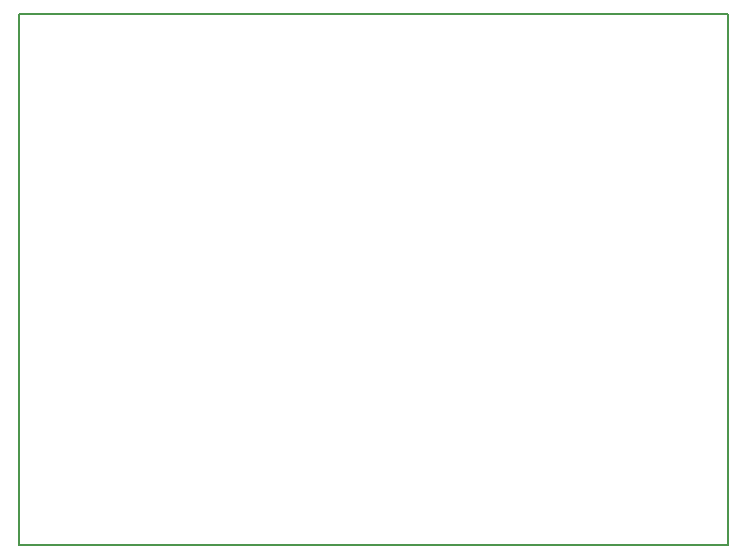
<source format=gbr>
G04 #@! TF.GenerationSoftware,KiCad,Pcbnew,(5.0.0)*
G04 #@! TF.CreationDate,2019-04-11T14:41:24-07:00*
G04 #@! TF.ProjectId,USP-Board,5553502D426F6172642E6B696361645F,rev?*
G04 #@! TF.SameCoordinates,Original*
G04 #@! TF.FileFunction,Legend,Bot*
G04 #@! TF.FilePolarity,Positive*
%FSLAX46Y46*%
G04 Gerber Fmt 4.6, Leading zero omitted, Abs format (unit mm)*
G04 Created by KiCad (PCBNEW (5.0.0)) date 04/11/19 14:41:24*
%MOMM*%
%LPD*%
G01*
G04 APERTURE LIST*
%ADD10C,0.200000*%
G04 APERTURE END LIST*
D10*
X130000000Y-135000000D02*
X130000000Y-90000000D01*
X190000000Y-135000000D02*
X130000000Y-135000000D01*
X190000000Y-90000000D02*
X190000000Y-135000000D01*
X130000000Y-90000000D02*
X190000000Y-90000000D01*
M02*

</source>
